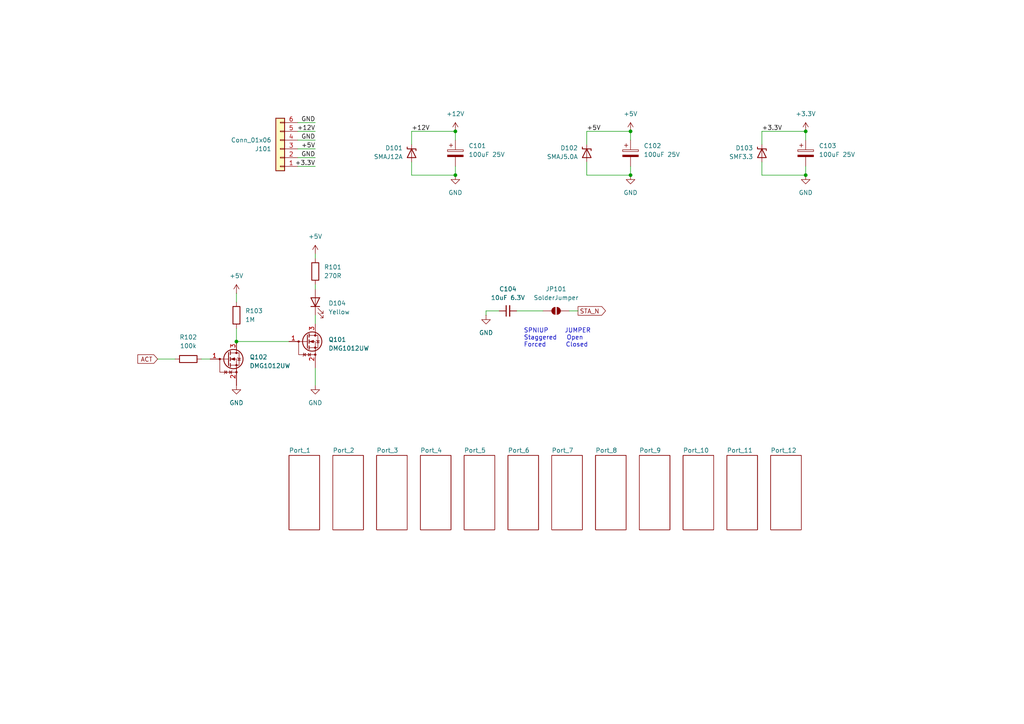
<source format=kicad_sch>
(kicad_sch (version 20231120) (generator "eeschema") (generator_version "8.0")
  (paper "A4")
  (lib_symbols
    (symbol "Connector_Generic:Conn_01x06" (pin_names (offset 1.016) hide)
      (property "Reference" "J" (at 0 7.62 0))
      (property "Value" "Conn_01x06" (at 0 -10.16 0))
      (symbol "Conn_01x06_1_1"
        (rectangle (start -1.27 -7.493) (end 0 -7.747) (stroke (width 0.1524)))
        (rectangle (start -1.27 -4.953) (end 0 -5.207) (stroke (width 0.1524)))
        (rectangle (start -1.27 -2.413) (end 0 -2.667) (stroke (width 0.1524)))
        (rectangle (start -1.27 0.127) (end 0 -0.127) (stroke (width 0.1524)))
        (rectangle (start -1.27 2.667) (end 0 2.413) (stroke (width 0.1524)))
        (rectangle (start -1.27 5.207) (end 0 4.953) (stroke (width 0.1524)))
        (rectangle (start -1.27 6.35) (end 1.27 -8.89) (stroke (width 0.254)) (fill (type background)))
        (pin passive line (at -5.08 5.08 0) (length 3.81) (name "Pin_1") (number "1"))
        (pin passive line (at -5.08 2.54 0) (length 3.81) (name "Pin_2") (number "2"))
        (pin passive line (at -5.08 0 0) (length 3.81) (name "Pin_3") (number "3"))
        (pin passive line (at -5.08 -2.54 0) (length 3.81) (name "Pin_4") (number "4"))
        (pin passive line (at -5.08 -5.08 0) (length 3.81) (name "Pin_5") (number "5"))
        (pin passive line (at -5.08 -7.62 0) (length 3.81) (name "Pin_6") (number "6"))
      )
    )
    (symbol "Device:C_Polarized" (pin_numbers hide) (pin_names (offset 0.254))
      (property "Reference" "C" (at 0.635 2.54 0))
      (property "Value" "C_Polarized" (at 0.635 -2.54 0))
      (symbol "C_Polarized_0_1"
        (rectangle (start -2.286 0.508) (end 2.286 1.016))
        (polyline (pts (xy -1.778 2.286) (xy -0.762 2.286)))
        (polyline (pts (xy -1.27 2.794) (xy -1.27 1.778)))
        (rectangle (start 2.286 -0.508) (end -2.286 -1.016) (fill (type outline)))
      )
      (symbol "C_Polarized_1_1"
        (pin passive line (at 0 3.81 270) (length 2.794) (name "~") (number "1"))
        (pin passive line (at 0 -3.81 90) (length 2.794) (name "~") (number "2"))
      )
    )
    (symbol "Device:C_Small" (pin_numbers hide) (pin_names (offset 0.254) hide)
      (property "Reference" "C" (at 0.254 1.778 0))
      (property "Value" "C_Small" (at 0.254 -2.032 0))
      (symbol "C_Small_0_1"
        (polyline (pts (xy -1.524 -0.508) (xy 1.524 -0.508)) (stroke (width 0.3302)))
        (polyline (pts (xy -1.524 0.508) (xy 1.524 0.508)) (stroke (width 0.3048)))
      )
      (symbol "C_Small_1_1"
        (pin passive line (at 0 2.54 270) (length 2.032) (name "~") (number "1"))
        (pin passive line (at 0 -2.54 90) (length 2.032) (name "~") (number "2"))
      )
    )
    (symbol "Device:LED" (pin_numbers hide) (pin_names (offset 1.016) hide)
      (property "Reference" "D" (at 0 2.54 0))
      (property "Value" "LED" (at 0 -2.54 0))
      (symbol "LED_0_1"
        (polyline (pts (xy -1.27 -1.27) (xy -1.27 1.27)) (stroke (width 0.254)))
        (polyline (pts (xy -1.27 0) (xy 1.27 0)))
        (polyline (pts (xy 1.27 -1.27) (xy 1.27 1.27) (xy -1.27 0) (xy 1.27 -1.27)) (stroke (width 0.254)))
        (polyline (pts (xy -3.048 -0.762) (xy -4.572 -2.286) (xy -3.81 -2.286) (xy -4.572 -2.286) (xy -4.572 -1.524)))
        (polyline (pts (xy -1.778 -0.762) (xy -3.302 -2.286) (xy -2.54 -2.286) (xy -3.302 -2.286) (xy -3.302 -1.524)))
      )
      (symbol "LED_1_1"
        (pin passive line (at -3.81 0 0) (length 2.54) (name "K") (number "1"))
        (pin passive line (at 3.81 0 180) (length 2.54) (name "A") (number "2"))
      )
    )
    (symbol "Device:R" (pin_numbers hide) (pin_names (offset 0))
      (property "Reference" "R" (at 2.032 0 90))
      (property "Value" "R" (at 0 0 90))
      (symbol "R_0_1"
        (rectangle (start -1.016 -2.54) (end 1.016 2.54) (stroke (width 0.254)))
      )
      (symbol "R_1_1"
        (pin passive line (at 0 3.81 270) (length 1.27) (name "~") (number "1"))
        (pin passive line (at 0 -3.81 90) (length 1.27) (name "~") (number "2"))
      )
    )
    (symbol "Jumper:SolderJumper_2_Open" (pin_numbers hide) (pin_names (offset 0) hide) (exclude_from_sim yes) (in_bom no)
      (property "Reference" "JP" (at 0 2.032 0))
      (property "Value" "SolderJumper_2_Open" (at 0 -2.54 0))
      (symbol "SolderJumper_2_Open_0_1"
        (arc (start -0.254 1.016) (mid -1.2656 0) (end -0.254 -1.016))
        (arc (start -0.254 1.016) (mid -1.2656 0) (end -0.254 -1.016) (fill (type outline)))
        (polyline (pts (xy -0.254 1.016) (xy -0.254 -1.016)))
        (polyline (pts (xy 0.254 1.016) (xy 0.254 -1.016)))
        (arc (start 0.254 -1.016) (mid 1.2656 0) (end 0.254 1.016))
        (arc (start 0.254 -1.016) (mid 1.2656 0) (end 0.254 1.016) (fill (type outline)))
      )
      (symbol "SolderJumper_2_Open_1_1"
        (pin passive line (at -3.81 0 0) (length 2.54) (name "A") (number "1"))
        (pin passive line (at 3.81 0 180) (length 2.54) (name "B") (number "2"))
      )
    )
    (symbol "Kharars-KiCAD-lib:DMG1012UW" (pin_names (offset 0) hide)
      (property "Reference" "Q9" (at 6.35 8.1915 0))
      (property "Value" "DMG1012UW" (at 6.35 5.6515 0))
      (property "Manufacturer_Name" "Diodes Inc" (at 6.35 3.1115 0))
      (property "V_{ds}" "20V" (at 6.35 0.5715 0))
      (property "V_{gs}" "±6V" (at 6.35 -1.9685 0))
      (property "I_{d}" "640mA" (at 6.35 -4.5085 0))
      (property "I_{dss}" "5nA" (at 6.35 -7.0485 0))
      (property "I_{gss}" "±1µA" (at 6.35 -9.5885 0))
      (symbol "DMG1012UW_0_1"
        (polyline (pts (xy 2.54 -3.81) (xy -2.286 -3.81) (xy -2.286 0)))
      )
      (symbol "DMG1012UW_1_1"
        (circle (center -2.286 0) (radius 0.254) (fill (type outline)))
        (polyline (pts (xy 0.254 0) (xy -2.54 0)))
        (polyline (pts (xy 0.254 1.905) (xy 0.254 -1.905)) (stroke (width 0.254)))
        (polyline (pts (xy 0.762 -1.27) (xy 0.762 -2.286)) (stroke (width 0.254)))
        (polyline (pts (xy 0.762 0.508) (xy 0.762 -0.508)) (stroke (width 0.254)))
        (polyline (pts (xy 0.762 2.286) (xy 0.762 1.27)) (stroke (width 0.254)))
        (polyline (pts (xy 2.54 -1.778) (xy 2.54 -2.54)))
        (polyline (pts (xy 2.54 2.54) (xy 2.54 1.778)))
        (polyline (pts (xy 2.54 -1.778) (xy 2.54 0) (xy 0.762 0)))
        (polyline (pts (xy -1.016 -4.318) (xy -0.889 -4.191) (xy -0.889 -3.429) (xy -0.762 -3.302)))
        (polyline (pts (xy -0.889 -3.81) (xy -0.254 -4.191) (xy -0.254 -3.429) (xy -0.889 -3.81)))
        (polyline (pts (xy 0.762 -1.778) (xy 3.302 -1.778) (xy 3.302 1.778) (xy 0.762 1.778)))
        (polyline (pts (xy 1.016 0) (xy 2.032 0.381) (xy 2.032 -0.381) (xy 1.016 0)) (fill (type outline)))
        (polyline (pts (xy 1.143 -3.81) (xy 0.508 -3.429) (xy 0.508 -4.191) (xy 1.143 -3.81)))
        (polyline (pts (xy 1.27 -3.302) (xy 1.143 -3.429) (xy 1.143 -4.191) (xy 1.016 -4.318)))
        (polyline (pts (xy 2.794 0.381) (xy 2.921 0.254) (xy 3.683 0.254) (xy 3.81 0.127)))
        (polyline (pts (xy 3.302 0.254) (xy 2.921 -0.381) (xy 3.683 -0.381) (xy 3.302 0.254)))
        (circle (center 1.651 0) (radius 2.794) (stroke (width 0.254)))
        (circle (center 2.54 -3.81) (radius 0.254) (fill (type outline)))
        (circle (center 2.54 -1.778) (radius 0.254) (fill (type outline)))
        (circle (center 2.54 1.778) (radius 0.254) (fill (type outline)))
        (pin input line (at -5.08 0 0) (length 2.54) (name "G") (number "1"))
        (pin passive line (at 2.54 -7.62 90) (length 5.08) (name "S") (number "2"))
        (pin passive line (at 2.54 5.08 270) (length 2.54) (name "D") (number "3"))
      )
    )
    (symbol "Kharars-KiCAD-lib:D_TVS_UNI" (pin_numbers hide) (pin_names (offset 1.016) hide)
      (property "Reference" "D" (at 0 2.54 0))
      (property "Value" "D_TVS_UNI" (at 0 -2.54 0))
      (symbol "D_TVS_UNI_0_1"
        (polyline (pts (xy -1.27 0) (xy 1.27 1.27) (xy 1.27 -1.27) (xy -1.27 0)) (stroke (width 0.254)))
        (polyline (pts (xy -0.762 1.27) (xy -1.27 1.27) (xy -1.27 -1.27) (xy -1.778 -1.27)) (stroke (width 0.254)))
      )
      (symbol "D_TVS_UNI_1_1"
        (pin passive line (at -2.54 0 0) (length 2.54) (name "A1") (number "1"))
        (pin passive line (at 2.54 0 180) (length 2.54) (name "A2") (number "2"))
      )
    )
    (symbol "power:+12V" (power) (pin_numbers hide) (pin_names (offset 0) hide)
      (property "Value" "+12V" (at 0 3.556 0))
      (symbol "+12V_0_1"
        (polyline (pts (xy -0.762 1.27) (xy 0 2.54)))
        (polyline (pts (xy 0 0) (xy 0 2.54)))
        (polyline (pts (xy 0 2.54) (xy 0.762 1.27)))
      )
      (symbol "+12V_1_1"
        (pin power_in line (at 0 0 90) (length 0) (name "~") (number "1"))
      )
    )
    (symbol "power:+3.3V" (power) (pin_numbers hide) (pin_names (offset 0) hide)
      (property "Value" "+3.3V" (at 0 3.556 0))
      (symbol "+3.3V_0_1"
        (polyline (pts (xy -0.762 1.27) (xy 0 2.54)))
        (polyline (pts (xy 0 0) (xy 0 2.54)))
        (polyline (pts (xy 0 2.54) (xy 0.762 1.27)))
      )
      (symbol "+3.3V_1_1"
        (pin power_in line (at 0 0 90) (length 0) (name "~") (number "1"))
      )
    )
    (symbol "power:+5V" (power) (pin_numbers hide) (pin_names (offset 0) hide)
      (property "Value" "+5V" (at 0 3.556 0))
      (symbol "+5V_0_1"
        (polyline (pts (xy -0.762 1.27) (xy 0 2.54)))
        (polyline (pts (xy 0 0) (xy 0 2.54)))
        (polyline (pts (xy 0 2.54) (xy 0.762 1.27)))
      )
      (symbol "+5V_1_1"
        (pin power_in line (at 0 0 90) (length 0) (name "~") (number "1"))
      )
    )
    (symbol "power:GND" (power) (pin_numbers hide) (pin_names (offset 0) hide)
      (property "Value" "GND" (at 0 -3.81 0))
      (symbol "GND_0_1"
        (polyline (pts (xy 0 0) (xy 0 -1.27) (xy 1.27 -1.27) (xy 0 -2.54) (xy -1.27 -1.27) (xy 0 -1.27)))
      )
      (symbol "GND_1_1"
        (pin power_in line (at 0 0 270) (length 0) (name "~") (number "1"))
      )
    )
  )
  (junction (at 68.58 99.06))
  (junction (at 233.68 50.8))
  (junction (at 182.88 38.1))
  (junction (at 132.08 50.8))
  (junction (at 182.88 50.8))
  (junction (at 233.68 38.1))
  (junction (at 132.08 38.1))
  (wire (pts (xy 91.44 82.55) (xy 91.44 83.82)))
  (wire (pts (xy 220.98 46.99) (xy 220.98 50.8)))
  (wire (pts (xy 68.58 85.09) (xy 68.58 87.63)))
  (wire (pts (xy 220.98 38.1) (xy 220.98 41.91)))
  (wire (pts (xy 119.38 50.8) (xy 132.08 50.8)))
  (wire (pts (xy 86.36 48.26) (xy 91.44 48.26)))
  (wire (pts (xy 233.68 38.1) (xy 233.68 40.64)))
  (wire (pts (xy 220.98 38.1) (xy 233.68 38.1)))
  (wire (pts (xy 68.58 95.25) (xy 68.58 99.06)))
  (wire (pts (xy 233.68 48.26) (xy 233.68 50.8)))
  (wire (pts (xy 182.88 48.26) (xy 182.88 50.8)))
  (wire (pts (xy 167.64 90.17) (xy 165.1 90.17)))
  (wire (pts (xy 140.97 90.17) (xy 144.78 90.17)))
  (wire (pts (xy 86.36 40.64) (xy 91.44 40.64)))
  (wire (pts (xy 91.44 91.44) (xy 91.44 93.98)))
  (wire (pts (xy 132.08 48.26) (xy 132.08 50.8)))
  (wire (pts (xy 91.44 111.76) (xy 91.44 106.68)))
  (wire (pts (xy 119.38 38.1) (xy 132.08 38.1)))
  (wire (pts (xy 45.72 104.14) (xy 50.8 104.14)))
  (wire (pts (xy 170.18 38.1) (xy 170.18 41.91)))
  (wire (pts (xy 182.88 38.1) (xy 182.88 40.64)))
  (wire (pts (xy 119.38 38.1) (xy 119.38 41.91)))
  (wire (pts (xy 68.58 99.06) (xy 83.82 99.06)))
  (wire (pts (xy 220.98 50.8) (xy 233.68 50.8)))
  (wire (pts (xy 91.44 73.66) (xy 91.44 74.93)))
  (wire (pts (xy 119.38 46.99) (xy 119.38 50.8)))
  (wire (pts (xy 86.36 35.56) (xy 91.44 35.56)))
  (wire (pts (xy 140.97 91.44) (xy 140.97 90.17)))
  (wire (pts (xy 86.36 38.1) (xy 91.44 38.1)))
  (wire (pts (xy 170.18 38.1) (xy 182.88 38.1)))
  (wire (pts (xy 58.42 104.14) (xy 60.96 104.14)))
  (wire (pts (xy 86.36 43.18) (xy 91.44 43.18)))
  (wire (pts (xy 86.36 45.72) (xy 91.44 45.72)))
  (wire (pts (xy 170.18 50.8) (xy 182.88 50.8)))
  (wire (pts (xy 170.18 46.99) (xy 170.18 50.8)))
  (wire (pts (xy 149.86 90.17) (xy 157.48 90.17)))
  (wire (pts (xy 132.08 38.1) (xy 132.08 40.64)))
  (text "SPNIUP     JUMPER\nStaggered   Open\nForced      Closed" (at 151.892 98.044 0) (effects (font (size 1.27 1.27)) (justify left)))
  (label "+5V" (at 170.18 38.1 0))
  (label "GND" (at 91.44 45.72 180))
  (label "+12V" (at 91.44 38.1 180))
  (label "GND" (at 91.44 40.64 180))
  (label "GND" (at 91.44 35.56 180))
  (label "+3.3V" (at 220.98 38.1 0))
  (label "+3.3V" (at 91.44 48.26 180))
  (label "+12V" (at 119.38 38.1 0))
  (label "+5V" (at 91.44 43.18 180))
  (global_label "STA_N" (shape output) (at 167.64 90.17 0) (property "Intersheetrefs" "${INTERSHEET_REFS}" (effects (hide yes))))
  (global_label "ACT" (shape input) (at 45.72 104.14 180) (property "Intersheetrefs" "${INTERSHEET_REFS}" (effects (hide yes))))
  (symbol (lib_id "Device:R") (at 91.44 78.74 180) (unit 1)
    (property "Reference" "R101" (at 93.98 77.4699 0) (effects (justify right)))
    (property "Value" "270R" (at 93.98 80.0099 0) (effects (justify right)))
    (property "Footprint" "Resistor_SMD:R_0805_2012Metric_Pad1.20x1.40mm_HandSolder" (effects (hide yes)))
    (property "Description" "Resistor" (effects (hide yes)))
  )
  (symbol (lib_id "Device:R") (at 68.58 91.44 180) (unit 1)
    (property "Reference" "R103" (at 71.12 90.1699 0) (effects (justify right)))
    (property "Value" "1M" (at 71.12 92.7099 0) (effects (justify right)))
    (property "Footprint" "Resistor_SMD:R_0805_2012Metric_Pad1.20x1.40mm_HandSolder" (effects (hide yes)))
    (property "Description" "Resistor" (effects (hide yes)))
  )
  (symbol (lib_id "Device:LED") (at 91.44 87.63 90) (unit 1)
    (property "Reference" "D104" (at 95.25 87.9474 90) (effects (justify right)))
    (property "Value" "Yellow" (at 95.25 90.4874 90) (effects (justify right)))
    (property "Footprint" "LED_SMD:LED_0805_2012Metric_Pad1.15x1.40mm_HandSolder" (effects (hide yes)))
    (property "Description" "Light emitting diode" (effects (hide yes)))
  )
  (symbol (lib_id "Device:C_Small") (at 147.32 90.17 90) (unit 1)
    (property "Reference" "C104" (at 147.3263 83.82 90))
    (property "Value" "10uF 6.3V" (at 147.3263 86.36 90))
    (property "Footprint" "Capacitor_SMD:C_0805_2012Metric_Pad1.18x1.45mm_HandSolder" (effects (hide yes)))
    (property "Description" "Unpolarized capacitor, small symbol" (effects (hide yes)))
  )
  (symbol (lib_id "Jumper:SolderJumper_2_Open") (at 161.29 90.17 0) (unit 1) (exclude_from_sim yes) (in_bom no)
    (property "Reference" "JP101" (at 161.29 83.82 0))
    (property "Value" "SolderJumper" (at 161.29 86.36 0))
    (property "Footprint" "Jumper:SolderJumper-2_P1.3mm_Open_RoundedPad1.0x1.5mm" (effects (hide yes)))
    (property "Description" "Solder Jumper, 2-pole, open" (effects (hide yes)))
  )
  (symbol (lib_id "power:+12V") (at 132.08 38.1 0) (unit 1)
    (property "Reference" "#PWR0101" (effects (hide yes)))
    (property "Value" "+12V" (at 132.08 33.02 0))
    (property "Description" "Power symbol creates a global label with name \"+12V\"" (effects (hide yes)))
  )
  (symbol (lib_id "power:GND") (at 91.44 111.76 0) (unit 1)
    (property "Reference" "#PWR0110" (effects (hide yes)))
    (property "Value" "GND" (at 91.44 116.84 0))
    (property "Description" "Power symbol creates a global label with name \"GND\" , ground" (effects (hide yes)))
  )
  (symbol (lib_id "power:GND") (at 140.97 91.44 0) (unit 1)
    (property "Reference" "#PWR0111" (effects (hide yes)))
    (property "Value" "GND" (at 140.97 96.52 0))
    (property "Description" "Power symbol creates a global label with name \"GND\" , ground" (effects (hide yes)))
  )
  (symbol (lib_id "power:GND") (at 233.68 50.8 0) (unit 1)
    (property "Reference" "#PWR0104" (effects (hide yes)))
    (property "Value" "GND" (at 233.68 55.88 0))
    (property "Description" "Power symbol creates a global label with name \"GND\" , ground" (effects (hide yes)))
  )
  (symbol (lib_id "Kharars-KiCAD-lib:DMG1012UW") (at 88.9 99.06 0) (unit 1)
    (property "Reference" "Q101" (at 95.25 98.4884 0) (effects (justify left)))
    (property "Value" "DMG1012UW" (at 95.25 101.0284 0) (effects (justify left)))
    (property "Footprint" "Package_TO_SOT_SMD:SOT-323_SC-70" (effects (hide yes)))
    (property "Datasheet" "https://www.diodes.com/assets/Datasheets/DMG1012UW.pdf" (effects (hide yes)))
    (property "Description" "N-Channel Enhancement Mode Mosfet with ESD protection" (effects (hide yes)))
    (property "Manufacturer_Name" "Diodes Inc" (effects (hide yes)))
    (property "Manufacturer_Part_Number" "DMG1012UW-7" (effects (hide yes)))
    (property "Mouser No" "621-DMG1012UW-7" (effects (hide yes)))
    (property "V_{ds}" "20V" (effects (hide yes)))
    (property "V_{gs}" "±6V" (effects (hide yes)))
    (property "I_{d}" "640mA" (effects (hide yes)))
    (property "I_{dss}" "5nA" (effects (hide yes)))
    (property "Sim.Device" "PMOS" (effects (hide yes)))
    (property "Sim.Type" "VDMOS" (effects (hide yes)))
    (property "Sim.Pins" "1=G 2=S 3=D" (effects (hide yes)))
    (property "I_{gss}" "±1µA" (effects (hide yes)))
  )
  (symbol (lib_id "Device:C_Polarized") (at 233.68 44.45 0) (unit 1)
    (property "Reference" "C103" (at 237.49 42.2909 0) (effects (justify left)))
    (property "Value" "100uF 25V" (at 237.49 44.8309 0) (effects (justify left)))
    (property "Footprint" "Capacitor_SMD:CP_Elec_8x10.5" (effects (hide yes)))
    (property "Description" "Polarized capacitor" (effects (hide yes)))
    (property "Mouser Part Number" "667-EEE-HC1E101P" (effects (hide yes)))
    (property "Manufacturer_Part_Number" "EEE-HC1E101P" (effects (hide yes)))
    (property "Manufacturer_Name" "Panasonic" (effects (hide yes)))
  )
  (symbol (lib_id "power:GND") (at 132.08 50.8 0) (unit 1)
    (property "Reference" "#PWR0103" (effects (hide yes)))
    (property "Value" "GND" (at 132.08 55.88 0))
    (property "Description" "Power symbol creates a global label with name \"GND\" , ground" (effects (hide yes)))
  )
  (symbol (lib_id "Kharars-KiCAD-lib:D_TVS_UNI") (at 170.18 44.45 270) (unit 1)
    (property "Reference" "D102" (at 167.64 42.9259 90) (effects (justify right)))
    (property "Value" "SMAJ5.0A" (at 167.64 45.4659 90) (effects (justify right)))
    (property "Footprint" "Diode_SMD:D_SMA-SMB_Universal_Handsoldering" (effects (hide yes)))
    (property "Description" "Unidirectional transient-voltage-suppression diode" (effects (hide yes)))
    (property "Mouser Part Number" "652-SMAJ5.0A" (effects (hide yes)))
    (property "Manufacturer_Part_Number" "SMAJ5.0A" (effects (hide yes)))
    (property "Manufacturer_Name" "Bourns" (effects (hide yes)))
  )
  (symbol (lib_id "power:+5V") (at 91.44 73.66 0) (mirror y) (unit 1)
    (property "Reference" "#PWR0105" (effects (hide yes)))
    (property "Value" "+5V" (at 91.44 68.58 0))
    (property "Description" "Power symbol creates a global label with name \"+5V\"" (effects (hide yes)))
  )
  (symbol (lib_id "Kharars-KiCAD-lib:DMG1012UW") (at 66.04 104.14 0) (unit 1)
    (property "Reference" "Q102" (at 72.39 103.5684 0) (effects (justify left)))
    (property "Value" "DMG1012UW" (at 72.39 106.1084 0) (effects (justify left)))
    (property "Footprint" "Package_TO_SOT_SMD:SOT-323_SC-70" (effects (hide yes)))
    (property "Datasheet" "https://www.diodes.com/assets/Datasheets/DMG1012UW.pdf" (effects (hide yes)))
    (property "Description" "N-Channel Enhancement Mode Mosfet with ESD protection" (effects (hide yes)))
    (property "Manufacturer_Name" "Diodes Inc" (effects (hide yes)))
    (property "Manufacturer_Part_Number" "DMG1012UW-7" (effects (hide yes)))
    (property "Mouser No" "621-DMG1012UW-7" (effects (hide yes)))
    (property "V_{ds}" "20V" (effects (hide yes)))
    (property "V_{gs}" "±6V" (effects (hide yes)))
    (property "I_{d}" "640mA" (effects (hide yes)))
    (property "I_{dss}" "5nA" (effects (hide yes)))
    (property "Sim.Device" "PMOS" (effects (hide yes)))
    (property "Sim.Type" "VDMOS" (effects (hide yes)))
    (property "Sim.Pins" "1=G 2=S 3=D" (effects (hide yes)))
    (property "I_{gss}" "±1µA" (effects (hide yes)))
  )
  (symbol (lib_id "power:+3.3V") (at 233.68 38.1 0) (mirror y) (unit 1)
    (property "Reference" "#PWR0109" (effects (hide yes)))
    (property "Value" "+3.3V" (at 233.68 33.02 0))
    (property "Description" "Power symbol creates a global label with name \"+3.3V\"" (effects (hide yes)))
  )
  (symbol (lib_id "power:GND") (at 182.88 50.8 0) (unit 1)
    (property "Reference" "#PWR0102" (effects (hide yes)))
    (property "Value" "GND" (at 182.88 55.88 0))
    (property "Description" "Power symbol creates a global label with name \"GND\" , ground" (effects (hide yes)))
  )
  (symbol (lib_id "Device:C_Polarized") (at 132.08 44.45 0) (unit 1)
    (property "Reference" "C101" (at 135.89 42.2909 0) (effects (justify left)))
    (property "Value" "100uF 25V" (at 135.89 44.8309 0) (effects (justify left)))
    (property "Footprint" "Capacitor_SMD:CP_Elec_8x10.5" (effects (hide yes)))
    (property "Description" "Polarized capacitor" (effects (hide yes)))
    (property "Mouser Part Number" "667-EEE-HC1E101P" (effects (hide yes)))
    (property "Manufacturer_Part_Number" "EEE-HC1E101P" (effects (hide yes)))
    (property "Manufacturer_Name" "Panasonic" (effects (hide yes)))
  )
  (symbol (lib_id "power:GND") (at 68.58 111.76 0) (unit 1)
    (property "Reference" "#PWR0108" (effects (hide yes)))
    (property "Value" "GND" (at 68.58 116.84 0))
    (property "Description" "Power symbol creates a global label with name \"GND\" , ground" (effects (hide yes)))
  )
  (symbol (lib_id "power:+5V") (at 182.88 38.1 0) (mirror y) (unit 1)
    (property "Reference" "#PWR0107" (effects (hide yes)))
    (property "Value" "+5V" (at 182.88 33.02 0))
    (property "Description" "Power symbol creates a global label with name \"+5V\"" (effects (hide yes)))
  )
  (symbol (lib_id "Device:C_Polarized") (at 182.88 44.45 0) (unit 1)
    (property "Reference" "C102" (at 186.69 42.2909 0) (effects (justify left)))
    (property "Value" "100uF 25V" (at 186.69 44.8309 0) (effects (justify left)))
    (property "Footprint" "Capacitor_SMD:CP_Elec_8x10.5" (effects (hide yes)))
    (property "Description" "Polarized capacitor" (effects (hide yes)))
    (property "Mouser Part Number" "667-EEE-HC1E101P" (effects (hide yes)))
    (property "Manufacturer_Part_Number" "EEE-HC1E101P" (effects (hide yes)))
    (property "Manufacturer_Name" "Panasonic" (effects (hide yes)))
  )
  (symbol (lib_id "power:+5V") (at 68.58 85.09 0) (mirror y) (unit 1)
    (property "Reference" "#PWR0106" (effects (hide yes)))
    (property "Value" "+5V" (at 68.58 80.01 0))
    (property "Description" "Power symbol creates a global label with name \"+5V\"" (effects (hide yes)))
  )
  (symbol (lib_id "Kharars-KiCAD-lib:D_TVS_UNI") (at 220.98 44.45 270) (unit 1)
    (property "Reference" "D103" (at 218.44 42.9259 90) (effects (justify right)))
    (property "Value" "SMF3.3" (at 218.44 45.4659 90) (effects (justify right)))
    (property "Footprint" "Diode_SMD:D_SMA-SMB_Universal_Handsoldering" (effects (hide yes)))
    (property "Description" "Unidirectional transient-voltage-suppression diode" (effects (hide yes)))
    (property "Mouser Part Number" "576-SMF3.3" (effects (hide yes)))
    (property "Manufacturer_Part_Number" "SMF3.3" (effects (hide yes)))
    (property "Manufacturer_Name" "Littelfuse" (effects (hide yes)))
  )
  (symbol (lib_id "Kharars-KiCAD-lib:D_TVS_UNI") (at 119.38 44.45 270) (unit 1)
    (property "Reference" "D101" (at 116.84 42.9259 90) (effects (justify right)))
    (property "Value" "SMAJ12A" (at 116.84 45.4659 90) (effects (justify right)))
    (property "Footprint" "Diode_SMD:D_SMA-SMB_Universal_Handsoldering" (effects (hide yes)))
    (property "Description" "Unidirectional transient-voltage-suppression diode" (effects (hide yes)))
    (property "Mouser Part Number" "652-SMAJ12A" (effects (hide yes)))
    (property "Manufacturer_Part_Number" "SMAJ12A" (effects (hide yes)))
    (property "Manufacturer_Name" "Bourns" (effects (hide yes)))
  )
  (symbol (lib_id "Connector_Generic:Conn_01x06") (at 81.28 43.18 180) (unit 1)
    (property "Reference" "J101" (at 78.74 43.1801 0) (effects (justify left)))
    (property "Value" "Conn_01x06" (at 78.74 40.6401 0) (effects (justify left)))
    (property "Footprint" "TerminalBlock_Phoenix_PT-1,5-6-3.5-H_1x06_P3.50mm_Horizontal" (effects (hide yes)))
    (property "Description" "Generic connector, single row, 01x06, script generated (kicad-library-utils/schlib/autogen/connector/)" (effects (hide yes)))
    (property "Mouser Part Number" "651-1984659" (effects (hide yes)))
    (property "Manufacturer_Part_Number" "1984659" (effects (hide yes)))
    (property "Manufacturer_Name" "Phoenix Contact" (effects (hide yes)))
  )
  (symbol (lib_id "Device:R") (at 54.61 104.14 90) (unit 1)
    (property "Reference" "R102" (at 54.61 97.79 90))
    (property "Value" "100k" (at 54.61 100.33 90))
    (property "Footprint" "Resistor_SMD:R_0805_2012Metric_Pad1.20x1.40mm_HandSolder" (effects (hide yes)))
    (property "Description" "Resistor" (effects (hide yes)))
  )
  (sheet (at 185.42 132.08) (size 8.89 21.59) (stroke (width 0.1524))
    (property "Sheetname" "Port_9" (at 185.42 131.3684 0) (effects (justify left bottom)))
    (property "Sheetfile" "Port.kicad_sch" (effects (hide yes)))
  )
  (sheet (at 160.02 132.08) (size 8.89 21.59) (stroke (width 0.1524))
    (property "Sheetname" "Port_7" (at 160.02 131.3684 0) (effects (justify left bottom)))
    (property "Sheetfile" "Port.kicad_sch" (effects (hide yes)))
  )
  (sheet (at 96.52 132.08) (size 8.89 21.59) (stroke (width 0.1524))
    (property "Sheetname" "Port_2" (at 96.52 131.3684 0) (effects (justify left bottom)))
    (property "Sheetfile" "Port.kicad_sch" (effects (hide yes)))
  )
  (sheet (at 210.82 132.08) (size 8.89 21.59) (stroke (width 0.1524))
    (property "Sheetname" "Port_11" (at 210.82 131.3684 0) (effects (justify left bottom)))
    (property "Sheetfile" "Port.kicad_sch" (effects (hide yes)))
  )
  (sheet (at 172.72 132.08) (size 8.89 21.59) (stroke (width 0.1524))
    (property "Sheetname" "Port_8" (at 172.72 131.3684 0) (effects (justify left bottom)))
    (property "Sheetfile" "Port.kicad_sch" (effects (hide yes)))
  )
  (sheet (at 198.12 132.08) (size 8.89 21.59) (stroke (width 0.1524))
    (property "Sheetname" "Port_10" (at 198.12 131.3684 0) (effects (justify left bottom)))
    (property "Sheetfile" "Port.kicad_sch" (effects (hide yes)))
  )
  (sheet (at 83.82 132.08) (size 8.89 21.59) (stroke (width 0.1524))
    (property "Sheetname" "Port_1" (at 83.82 131.3684 0) (effects (justify left bottom)))
    (property "Sheetfile" "Port.kicad_sch" (effects (hide yes)))
  )
  (sheet (at 147.32 132.08) (size 8.89 21.59) (stroke (width 0.1524))
    (property "Sheetname" "Port_6" (at 147.32 131.3684 0) (effects (justify left bottom)))
    (property "Sheetfile" "Port.kicad_sch" (effects (hide yes)))
  )
  (sheet (at 109.22 132.08) (size 8.89 21.59) (stroke (width 0.1524))
    (property "Sheetname" "Port_3" (at 109.22 131.3684 0) (effects (justify left bottom)))
    (property "Sheetfile" "Port.kicad_sch" (effects (hide yes)))
  )
  (sheet (at 121.92 132.08) (size 8.89 21.59) (stroke (width 0.1524))
    (property "Sheetname" "Port_4" (at 121.92 131.3684 0) (effects (justify left bottom)))
    (property "Sheetfile" "Port.kicad_sch" (effects (hide yes)))
  )
  (sheet (at 223.52 132.08) (size 8.89 21.59) (stroke (width 0.1524))
    (property "Sheetname" "Port_12" (at 223.52 131.3684 0) (effects (justify left bottom)))
    (property "Sheetfile" "Port.kicad_sch" (effects (hide yes)))
  )
  (sheet (at 134.62 132.08) (size 8.89 21.59) (stroke (width 0.1524))
    (property "Sheetname" "Port_5" (at 134.62 131.3684 0) (effects (justify left bottom)))
    (property "Sheetfile" "Port.kicad_sch" (effects (hide yes)))
  )
)
</source>
